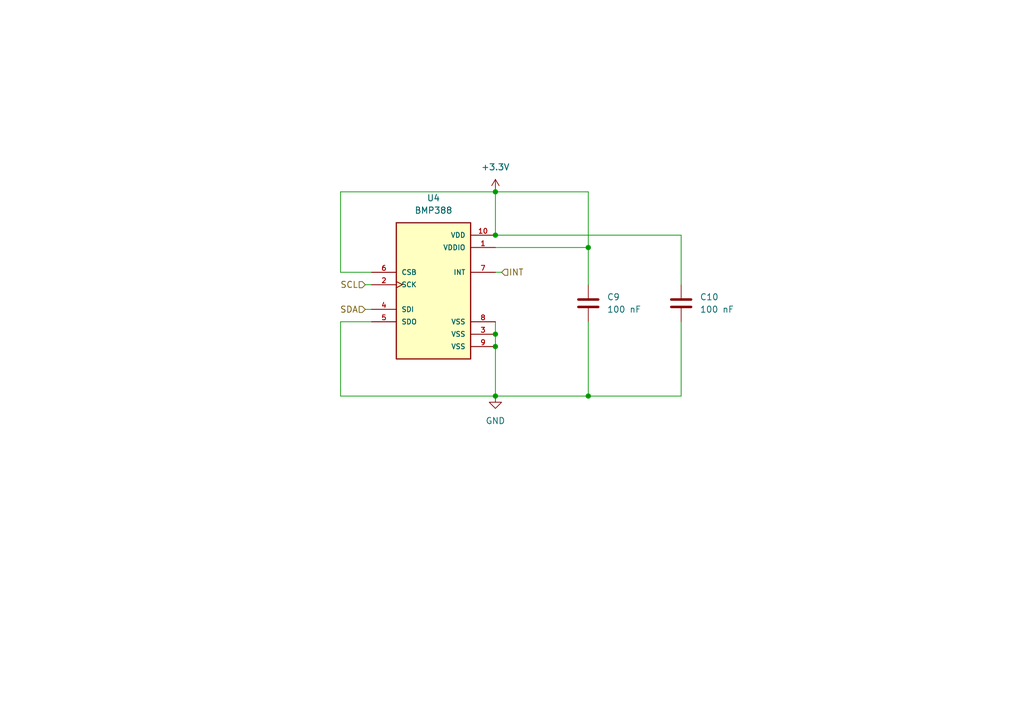
<source format=kicad_sch>
(kicad_sch (version 20231120) (generator "eeschema") (generator_version "8.0")
  (paper "A5")
  (lib_symbols
    (symbol "BMP388:BMP388" (pin_names (offset 1.016))
      (property "Reference" "U4" (at 0 20.32 0))
      (property "Value" "BMP388" (at 0 17.78 0))
      (symbol "BMP388_0_0"
        (rectangle (start -7.62 15.24) (end 7.62 -12.7) (stroke (width 0.254)) (fill (type background)))
        (pin power_in line (at 12.7 10.16 180) (length 5.08) (name "VDDIO") (number "1"))
        (pin power_in line (at 12.7 12.7 180) (length 5.08) (name "VDD") (number "10"))
        (pin input clock (at -12.7 2.54 0) (length 5.08) (name "SCK") (number "2"))
        (pin power_in line (at 12.7 -7.62 180) (length 5.08) (name "VSS") (number "3"))
        (pin bidirectional line (at -12.7 -2.54 0) (length 5.08) (name "SDI") (number "4"))
        (pin bidirectional line (at -12.7 -5.08 0) (length 5.08) (name "SDO") (number "5"))
        (pin input line (at -12.7 5.08 0) (length 5.08) (name "CSB") (number "6"))
        (pin output line (at 12.7 5.08 180) (length 5.08) (name "INT") (number "7"))
        (pin power_in line (at 12.7 -5.08 180) (length 5.08) (name "VSS") (number "8"))
        (pin power_in line (at 12.7 -10.16 180) (length 5.08) (name "VSS") (number "9"))
      )
    )
    (symbol "Device:C" (pin_numbers hide) (pin_names (offset 0.254))
      (property "Reference" "C" (at 0.635 2.54 0))
      (property "Value" "C" (at 0.635 -2.54 0))
      (symbol "C_0_1"
        (polyline (pts (xy -2.032 -0.762) (xy 2.032 -0.762)) (stroke (width 0.508)))
        (polyline (pts (xy -2.032 0.762) (xy 2.032 0.762)) (stroke (width 0.508)))
      )
      (symbol "C_1_1"
        (pin passive line (at 0 3.81 270) (length 2.794) (name "~") (number "1"))
        (pin passive line (at 0 -3.81 90) (length 2.794) (name "~") (number "2"))
      )
    )
    (symbol "power:+3.3V" (power) (pin_numbers hide) (pin_names (offset 0) hide)
      (property "Value" "+3.3V" (at 0 3.556 0))
      (symbol "+3.3V_0_1"
        (polyline (pts (xy -0.762 1.27) (xy 0 2.54)))
        (polyline (pts (xy 0 0) (xy 0 2.54)))
        (polyline (pts (xy 0 2.54) (xy 0.762 1.27)))
      )
      (symbol "+3.3V_1_1"
        (pin power_in line (at 0 0 90) (length 0) (name "~") (number "1"))
      )
    )
    (symbol "power:GND" (power) (pin_numbers hide) (pin_names (offset 0) hide)
      (property "Value" "GND" (at 0 -3.81 0))
      (symbol "GND_0_1"
        (polyline (pts (xy 0 0) (xy 0 -1.27) (xy 1.27 -1.27) (xy 0 -2.54) (xy -1.27 -1.27) (xy 0 -1.27)))
      )
      (symbol "GND_1_1"
        (pin power_in line (at 0 0 270) (length 0) (name "~") (number "1"))
      )
    )
  )
  (junction (at 101.6 68.58))
  (junction (at 101.6 48.26))
  (junction (at 101.6 81.28))
  (junction (at 120.65 50.8))
  (junction (at 101.6 39.37))
  (junction (at 101.6 71.12))
  (junction (at 120.65 81.28))
  (wire (pts (xy 120.65 50.8) (xy 120.65 39.37)))
  (wire (pts (xy 101.6 50.8) (xy 120.65 50.8)))
  (wire (pts (xy 76.2 55.88) (xy 69.85 55.88)))
  (wire (pts (xy 101.6 66.04) (xy 101.6 68.58)))
  (wire (pts (xy 101.6 71.12) (xy 101.6 81.28)))
  (wire (pts (xy 101.6 39.37) (xy 101.6 48.26)))
  (wire (pts (xy 120.65 66.04) (xy 120.65 81.28)))
  (wire (pts (xy 76.2 66.04) (xy 69.85 66.04)))
  (wire (pts (xy 120.65 81.28) (xy 139.7 81.28)))
  (wire (pts (xy 101.6 68.58) (xy 101.6 71.12)))
  (wire (pts (xy 69.85 66.04) (xy 69.85 81.28)))
  (wire (pts (xy 69.85 39.37) (xy 101.6 39.37)))
  (wire (pts (xy 74.93 58.42) (xy 76.2 58.42)))
  (wire (pts (xy 69.85 39.37) (xy 69.85 55.88)))
  (wire (pts (xy 120.65 39.37) (xy 101.6 39.37)))
  (wire (pts (xy 139.7 48.26) (xy 139.7 58.42)))
  (wire (pts (xy 139.7 81.28) (xy 139.7 66.04)))
  (wire (pts (xy 101.6 48.26) (xy 139.7 48.26)))
  (wire (pts (xy 69.85 81.28) (xy 101.6 81.28)))
  (wire (pts (xy 120.65 50.8) (xy 120.65 58.42)))
  (wire (pts (xy 74.93 63.5) (xy 76.2 63.5)))
  (wire (pts (xy 102.87 55.88) (xy 101.6 55.88)))
  (wire (pts (xy 101.6 81.28) (xy 120.65 81.28)))
  (hierarchical_label "INT" (shape input) (at 102.87 55.88 0))
  (hierarchical_label "SDA" (shape input) (at 74.93 63.5 180))
  (hierarchical_label "SCL" (shape input) (at 74.93 58.42 180))
  (symbol (lib_id "Device:C") (at 120.65 62.23 0) (unit 1)
    (property "Reference" "C9" (at 124.46 60.9599 0) (effects (justify left)))
    (property "Value" "100 nF" (at 124.46 63.4999 0) (effects (justify left)))
    (property "Description" "Unpolarized capacitor" (effects (hide yes)))
  )
  (symbol (lib_id "Device:C") (at 139.7 62.23 0) (unit 1)
    (property "Reference" "C10" (at 143.51 60.9599 0) (effects (justify left)))
    (property "Value" "100 nF" (at 143.51 63.4999 0) (effects (justify left)))
    (property "Description" "Unpolarized capacitor" (effects (hide yes)))
  )
  (symbol (lib_id "power:+3.3V") (at 101.6 39.37 0) (unit 1)
    (property "Reference" "#PWR05" (effects (hide yes)))
    (property "Value" "+3.3V" (at 101.6 34.29 0))
    (property "Description" "Power symbol creates a global label with name \"+3.3V\"" (effects (hide yes)))
  )
  (symbol (lib_id "power:GND") (at 101.6 81.28 0) (unit 1)
    (property "Reference" "#PWR06" (effects (hide yes)))
    (property "Value" "GND" (at 101.6 86.36 0))
    (property "Description" "Power symbol creates a global label with name \"GND\" , ground" (effects (hide yes)))
  )
  (symbol (lib_id "BMP388:BMP388") (at 88.9 60.96 0) (unit 1)
    (property "Reference" "U4" (at 88.9 40.64 0))
    (property "Value" "BMP388" (at 88.9 43.18 0))
    (property "Footprint" "koziol_drone_footprints:BMP388" (effects (hide yes)))
    (property "MF" "Bosch Sensortec" (effects (hide yes)))
    (property "Description_1" "\nPressure Sensor 4.35PSI ~ 18.13PSI (30kPa ~ 125kPa) Absolute - - 10-WFLGA\n" (effects (hide yes)))
    (property "Package" "WFLGA-10 Bosch Tools" (effects (hide yes)))
    (property "Price" "None" (effects (hide yes)))
    (property "Check_prices" "https://www.snapeda.com/parts/BMP388/Bosch+Sensortec/view-part/?ref=eda" (effects (hide yes)))
    (property "STANDARD" "IPC 7351B" (effects (hide yes)))
    (property "PARTREV" "1.1" (effects (hide yes)))
    (property "SnapEDA_Link" "https://www.snapeda.com/parts/BMP388/Bosch+Sensortec/view-part/?ref=snap" (effects (hide yes)))
    (property "MP" "BMP388" (effects (hide yes)))
    (property "Availability" "In Stock" (effects (hide yes)))
    (property "MANUFACTURER" "BOSCH" (effects (hide yes)))
  )
)
</source>
